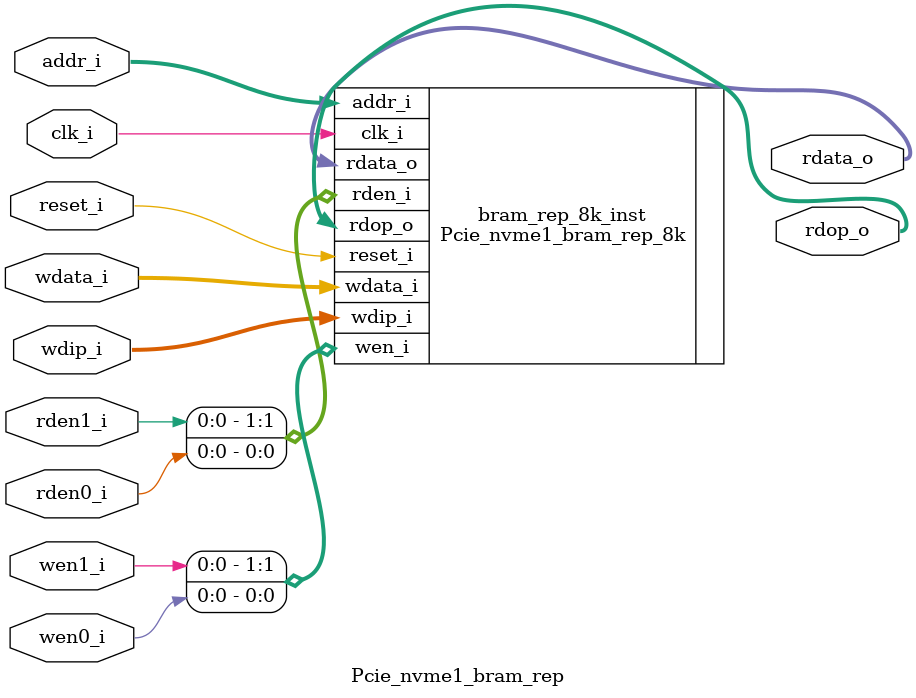
<source format=v>


`timescale 1ps/1ps

module Pcie_nvme1_bram_rep 
 #(
  parameter TCQ = 100
  ) (
  input  wire         clk_i,
  input  wire         reset_i,
  input  wire   [8:0] addr_i,
  input  wire [127:0] wdata_i,
  input  wire  [15:0] wdip_i,
  input  wire         wen0_i,
  input  wire         wen1_i,
  input  wire         rden0_i,
  input  wire         rden1_i,
  output wire [127:0] rdata_o,
  output wire  [15:0] rdop_o
  );

  Pcie_nvme1_bram_rep_8k 
 #(
    .TCQ (TCQ))
  bram_rep_8k_inst (
    .clk_i (clk_i),
    .reset_i (reset_i),
    .addr_i (addr_i[8:0]),
    .wdata_i (wdata_i[127:0]),
    .wdip_i (wdip_i[15:0]),
    .wen_i ({wen1_i, wen0_i}),
    .rden_i ({rden1_i,rden0_i}),
    .rdata_o (rdata_o[127:0]),
    .rdop_o (rdop_o[15:0])
  );

endmodule

</source>
